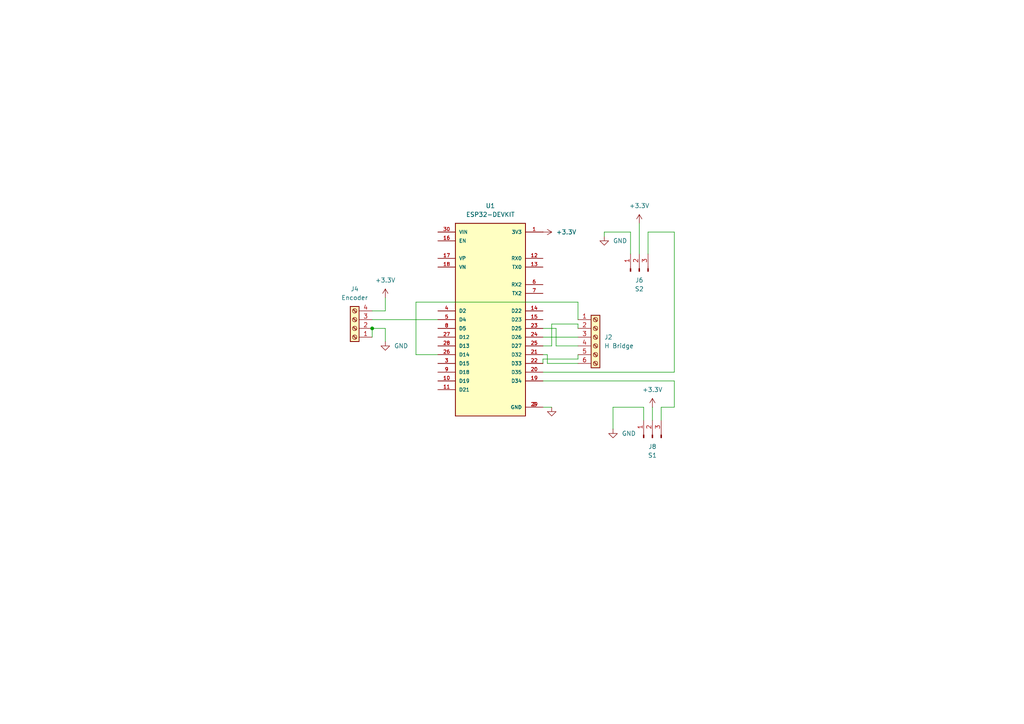
<source format=kicad_sch>
(kicad_sch (version 20250114) (generator "eeschema") (generator_version "9.0")
  (paper "A4")
  (lib_symbols
    (symbol "Connector:Conn_01x03_Pin" (pin_names (offset 1.016) (hide yes))
      (property "Reference" "J" (at 0 5.08 0))
      (property "Value" "Conn_01x03_Pin" (at 0 -5.08 0))
      (symbol "Conn_01x03_Pin_1_1"
        (rectangle (start 0.8636 2.667) (end 0 2.413) (stroke (width 0.1524)) (fill (type outline)))
        (rectangle (start 0.8636 0.127) (end 0 -0.127) (stroke (width 0.1524)) (fill (type outline)))
        (rectangle (start 0.8636 -2.413) (end 0 -2.667) (stroke (width 0.1524)) (fill (type outline)))
        (polyline (pts (xy 1.27 2.54) (xy 0.8636 2.54)) (stroke (width 0.1524)))
        (polyline (pts (xy 1.27 0) (xy 0.8636 0)) (stroke (width 0.1524)))
        (polyline (pts (xy 1.27 -2.54) (xy 0.8636 -2.54)) (stroke (width 0.1524)))
        (pin passive line (at 5.08 2.54 180) (length 3.81) (name "Pin_1") (number "1"))
        (pin passive line (at 5.08 0 180) (length 3.81) (name "Pin_2") (number "2"))
        (pin passive line (at 5.08 -2.54 180) (length 3.81) (name "Pin_3") (number "3"))
      )
    )
    (symbol "Connector:Screw_Terminal_01x04" (pin_names (offset 1.016) (hide yes))
      (property "Reference" "J" (at 0 5.08 0))
      (property "Value" "Screw_Terminal_01x04" (at 0 -7.62 0))
      (symbol "Screw_Terminal_01x04_1_1"
        (rectangle (start -1.27 3.81) (end 1.27 -6.35) (stroke (width 0.254)) (fill (type background)))
        (polyline (pts (xy -0.5334 2.8702) (xy 0.3302 2.032)) (stroke (width 0.1524)))
        (polyline (pts (xy -0.5334 0.3302) (xy 0.3302 -0.508)) (stroke (width 0.1524)))
        (polyline (pts (xy -0.5334 -2.2098) (xy 0.3302 -3.048)) (stroke (width 0.1524)))
        (polyline (pts (xy -0.5334 -4.7498) (xy 0.3302 -5.588)) (stroke (width 0.1524)))
        (polyline (pts (xy -0.3556 3.048) (xy 0.508 2.2098)) (stroke (width 0.1524)))
        (polyline (pts (xy -0.3556 0.508) (xy 0.508 -0.3302)) (stroke (width 0.1524)))
        (polyline (pts (xy -0.3556 -2.032) (xy 0.508 -2.8702)) (stroke (width 0.1524)))
        (polyline (pts (xy -0.3556 -4.572) (xy 0.508 -5.4102)) (stroke (width 0.1524)))
        (circle (center 0 2.54) (radius 0.635) (stroke (width 0.1524)))
        (circle (center 0 0) (radius 0.635) (stroke (width 0.1524)))
        (circle (center 0 -2.54) (radius 0.635) (stroke (width 0.1524)))
        (circle (center 0 -5.08) (radius 0.635) (stroke (width 0.1524)))
        (pin passive line (at -5.08 2.54 0) (length 3.81) (name "Pin_1") (number "1"))
        (pin passive line (at -5.08 0 0) (length 3.81) (name "Pin_2") (number "2"))
        (pin passive line (at -5.08 -2.54 0) (length 3.81) (name "Pin_3") (number "3"))
        (pin passive line (at -5.08 -5.08 0) (length 3.81) (name "Pin_4") (number "4"))
      )
    )
    (symbol "Connector:Screw_Terminal_01x06" (pin_names (offset 1.016) (hide yes))
      (property "Reference" "J" (at 0 7.62 0))
      (property "Value" "Screw_Terminal_01x06" (at 0 -10.16 0))
      (symbol "Screw_Terminal_01x06_1_1"
        (rectangle (start -1.27 6.35) (end 1.27 -8.89) (stroke (width 0.254)) (fill (type background)))
        (polyline (pts (xy -0.5334 5.4102) (xy 0.3302 4.572)) (stroke (width 0.1524)))
        (polyline (pts (xy -0.5334 2.8702) (xy 0.3302 2.032)) (stroke (width 0.1524)))
        (polyline (pts (xy -0.5334 0.3302) (xy 0.3302 -0.508)) (stroke (width 0.1524)))
        (polyline (pts (xy -0.5334 -2.2098) (xy 0.3302 -3.048)) (stroke (width 0.1524)))
        (polyline (pts (xy -0.5334 -4.7498) (xy 0.3302 -5.588)) (stroke (width 0.1524)))
        (polyline (pts (xy -0.5334 -7.2898) (xy 0.3302 -8.128)) (stroke (width 0.1524)))
        (polyline (pts (xy -0.3556 5.588) (xy 0.508 4.7498)) (stroke (width 0.1524)))
        (polyline (pts (xy -0.3556 3.048) (xy 0.508 2.2098)) (stroke (width 0.1524)))
        (polyline (pts (xy -0.3556 0.508) (xy 0.508 -0.3302)) (stroke (width 0.1524)))
        (polyline (pts (xy -0.3556 -2.032) (xy 0.508 -2.8702)) (stroke (width 0.1524)))
        (polyline (pts (xy -0.3556 -4.572) (xy 0.508 -5.4102)) (stroke (width 0.1524)))
        (polyline (pts (xy -0.3556 -7.112) (xy 0.508 -7.9502)) (stroke (width 0.1524)))
        (circle (center 0 5.08) (radius 0.635) (stroke (width 0.1524)))
        (circle (center 0 2.54) (radius 0.635) (stroke (width 0.1524)))
        (circle (center 0 0) (radius 0.635) (stroke (width 0.1524)))
        (circle (center 0 -2.54) (radius 0.635) (stroke (width 0.1524)))
        (circle (center 0 -5.08) (radius 0.635) (stroke (width 0.1524)))
        (circle (center 0 -7.62) (radius 0.635) (stroke (width 0.1524)))
        (pin passive line (at -5.08 5.08 0) (length 3.81) (name "Pin_1") (number "1"))
        (pin passive line (at -5.08 2.54 0) (length 3.81) (name "Pin_2") (number "2"))
        (pin passive line (at -5.08 0 0) (length 3.81) (name "Pin_3") (number "3"))
        (pin passive line (at -5.08 -2.54 0) (length 3.81) (name "Pin_4") (number "4"))
        (pin passive line (at -5.08 -5.08 0) (length 3.81) (name "Pin_5") (number "5"))
        (pin passive line (at -5.08 -7.62 0) (length 3.81) (name "Pin_6") (number "6"))
      )
    )
    (symbol "ESP32-DEVKIT-V1:ESP32-DEVKIT-V1" (pin_names (offset 1.016))
      (property "Reference" "U" (at -10.16 30.48 0))
      (property "Value" "ESP32-DEVKIT-V1" (at -10.16 -30.48 0))
      (symbol "ESP32-DEVKIT-V1_0_0"
        (rectangle (start -10.16 -27.94) (end 10.16 27.94) (stroke (width 0.254)) (fill (type background)))
        (pin input line (at -15.24 25.4 0) (length 5.08) (name "VIN") (number "30"))
        (pin input line (at -15.24 22.86 0) (length 5.08) (name "EN") (number "16"))
        (pin bidirectional line (at -15.24 17.78 0) (length 5.08) (name "VP") (number "17"))
        (pin bidirectional line (at -15.24 15.24 0) (length 5.08) (name "VN") (number "18"))
        (pin bidirectional line (at -15.24 2.54 0) (length 5.08) (name "D2") (number "4"))
        (pin bidirectional line (at -15.24 0 0) (length 5.08) (name "D4") (number "5"))
        (pin bidirectional line (at -15.24 -2.54 0) (length 5.08) (name "D5") (number "8"))
        (pin bidirectional line (at -15.24 -5.08 0) (length 5.08) (name "D12") (number "27"))
        (pin bidirectional line (at -15.24 -7.62 0) (length 5.08) (name "D13") (number "28"))
        (pin bidirectional line (at -15.24 -10.16 0) (length 5.08) (name "D14") (number "26"))
        (pin bidirectional line (at -15.24 -12.7 0) (length 5.08) (name "D15") (number "3"))
        (pin bidirectional line (at -15.24 -15.24 0) (length 5.08) (name "D18") (number "9"))
        (pin bidirectional line (at -15.24 -17.78 0) (length 5.08) (name "D19") (number "10"))
        (pin bidirectional line (at -15.24 -20.32 0) (length 5.08) (name "D21") (number "11"))
        (pin output line (at 15.24 25.4 180) (length 5.08) (name "3V3") (number "1"))
        (pin input line (at 15.24 17.78 180) (length 5.08) (name "RX0") (number "12"))
        (pin output line (at 15.24 15.24 180) (length 5.08) (name "TX0") (number "13"))
        (pin input line (at 15.24 10.16 180) (length 5.08) (name "RX2") (number "6"))
        (pin output line (at 15.24 7.62 180) (length 5.08) (name "TX2") (number "7"))
        (pin bidirectional line (at 15.24 2.54 180) (length 5.08) (name "D22") (number "14"))
        (pin bidirectional line (at 15.24 0 180) (length 5.08) (name "D23") (number "15"))
        (pin bidirectional line (at 15.24 -2.54 180) (length 5.08) (name "D25") (number "23"))
        (pin bidirectional line (at 15.24 -5.08 180) (length 5.08) (name "D26") (number "24"))
        (pin bidirectional line (at 15.24 -7.62 180) (length 5.08) (name "D27") (number "25"))
        (pin bidirectional line (at 15.24 -10.16 180) (length 5.08) (name "D32") (number "21"))
        (pin bidirectional line (at 15.24 -12.7 180) (length 5.08) (name "D33") (number "22"))
        (pin bidirectional line (at 15.24 -15.24 180) (length 5.08) (name "D35") (number "20"))
        (pin bidirectional line (at 15.24 -17.78 180) (length 5.08) (name "D34") (number "19"))
        (pin power_in line (at 15.24 -25.4 180) (length 5.08) (name "GND") (number "2"))
        (pin power_in line (at 15.24 -25.4 180) (length 5.08) (name "GND") (number "29"))
      )
    )
    (symbol "power:+3.3V" (power) (pin_numbers (hide yes)) (pin_names (offset 0) (hide yes))
      (property "Value" "+3.3V" (at 0 3.556 0))
      (symbol "+3.3V_0_1"
        (polyline (pts (xy -0.762 1.27) (xy 0 2.54)))
        (polyline (pts (xy 0 2.54) (xy 0.762 1.27)))
        (polyline (pts (xy 0 0) (xy 0 2.54)))
      )
      (symbol "+3.3V_1_1"
        (pin power_in line (at 0 0 90) (length 0) (name "~") (number "1"))
      )
    )
    (symbol "power:GND" (power) (pin_numbers (hide yes)) (pin_names (offset 0) (hide yes))
      (property "Value" "GND" (at 0 -3.81 0))
      (symbol "GND_0_1"
        (polyline (pts (xy 0 0) (xy 0 -1.27) (xy 1.27 -1.27) (xy 0 -2.54) (xy -1.27 -1.27) (xy 0 -1.27)))
      )
      (symbol "GND_1_1"
        (pin power_in line (at 0 0 270) (length 0) (name "~") (number "1"))
      )
    )
  )
  (junction (at 107.95 95.25))
  (wire (pts (xy 111.76 90.17) (xy 107.95 90.17)))
  (wire (pts (xy 167.64 104.14) (xy 167.64 102.87)))
  (wire (pts (xy 157.48 104.14) (xy 167.64 104.14)))
  (wire (pts (xy 107.95 95.25) (xy 111.76 95.25)))
  (wire (pts (xy 158.75 102.87) (xy 157.48 102.87)))
  (wire (pts (xy 195.58 118.11) (xy 195.58 110.49)))
  (wire (pts (xy 161.29 100.33) (xy 167.64 100.33)))
  (wire (pts (xy 158.75 105.41) (xy 158.75 102.87)))
  (wire (pts (xy 157.48 100.33) (xy 160.02 100.33)))
  (wire (pts (xy 167.64 93.98) (xy 167.64 95.25)))
  (wire (pts (xy 161.29 95.25) (xy 161.29 100.33)))
  (wire (pts (xy 111.76 86.36) (xy 111.76 90.17)))
  (wire (pts (xy 111.76 95.25) (xy 111.76 99.06)))
  (wire (pts (xy 182.88 67.31) (xy 182.88 73.66)))
  (wire (pts (xy 160.02 100.33) (xy 160.02 93.98)))
  (wire (pts (xy 177.8 118.11) (xy 186.69 118.11)))
  (wire (pts (xy 189.23 118.11) (xy 189.23 121.92)))
  (wire (pts (xy 186.69 118.11) (xy 186.69 121.92)))
  (wire (pts (xy 157.48 118.11) (xy 160.02 118.11)))
  (wire (pts (xy 167.64 87.63) (xy 120.65 87.63)))
  (wire (pts (xy 185.42 64.77) (xy 185.42 73.66)))
  (wire (pts (xy 195.58 118.11) (xy 191.77 118.11)))
  (wire (pts (xy 120.65 102.87) (xy 127 102.87)))
  (wire (pts (xy 175.26 67.31) (xy 175.26 68.58)))
  (wire (pts (xy 120.65 87.63) (xy 120.65 102.87)))
  (wire (pts (xy 157.48 110.49) (xy 195.58 110.49)))
  (wire (pts (xy 157.48 97.79) (xy 167.64 97.79)))
  (wire (pts (xy 107.95 95.25) (xy 107.95 97.79)))
  (wire (pts (xy 187.96 67.31) (xy 195.58 67.31)))
  (wire (pts (xy 157.48 95.25) (xy 161.29 95.25)))
  (wire (pts (xy 195.58 67.31) (xy 195.58 107.95)))
  (wire (pts (xy 195.58 107.95) (xy 157.48 107.95)))
  (wire (pts (xy 160.02 93.98) (xy 167.64 93.98)))
  (wire (pts (xy 157.48 105.41) (xy 157.48 104.14)))
  (wire (pts (xy 107.95 92.71) (xy 127 92.71)))
  (wire (pts (xy 177.8 124.46) (xy 177.8 118.11)))
  (wire (pts (xy 167.64 87.63) (xy 167.64 92.71)))
  (wire (pts (xy 191.77 118.11) (xy 191.77 121.92)))
  (wire (pts (xy 167.64 105.41) (xy 158.75 105.41)))
  (wire (pts (xy 175.26 67.31) (xy 182.88 67.31)))
  (wire (pts (xy 187.96 67.31) (xy 187.96 73.66)))
  (symbol (lib_id "Connector:Screw_Terminal_01x04") (at 102.87 95.25 180) (unit 1)
    (property "Reference" "J4" (at 102.87 83.82 0))
    (property "Value" "Encoder" (at 102.87 86.36 0))
    (property "Footprint" "TerminalBlock:TerminalBlock_bornier-4_P5.08mm" (effects (hide yes)))
    (property "Description" "Generic screw terminal, single row, 01x04, script generated (kicad-library-utils/schlib/autogen/connector/)" (effects (hide yes)))
  )
  (symbol (lib_id "Connector:Conn_01x03_Pin") (at 189.23 127 90) (unit 1)
    (property "Reference" "J8" (at 189.23 129.54 90))
    (property "Value" "S1" (at 189.23 132.08 90))
    (property "Footprint" "Connector_PinHeader_2.54mm:PinHeader_1x03_P2.54mm_Vertical" (effects (hide yes)))
    (property "Description" "Generic connector, single row, 01x03, script generated" (effects (hide yes)))
  )
  (symbol (lib_id "power:GND") (at 160.02 118.11 0) (unit 1)
    (property "Reference" "#PWR08" (effects (hide yes)))
    (property "Value" "GND" (effects (hide yes)))
    (property "Description" "Power symbol creates a global label with name \"GND\" , ground" (effects (hide yes)))
  )
  (symbol (lib_id "power:GND") (at 177.8 124.46 0) (unit 1)
    (property "Reference" "#PWR014" (effects (hide yes)))
    (property "Value" "GND" (at 180.34 125.7299 0) (effects (justify left)))
    (property "Description" "Power symbol creates a global label with name \"GND\" , ground" (effects (hide yes)))
  )
  (symbol (lib_id "Connector:Screw_Terminal_01x06") (at 172.72 97.79 0) (unit 1)
    (property "Reference" "J2" (at 175.26 97.7899 0) (effects (justify left)))
    (property "Value" "H Bridge" (at 175.26 100.3299 0) (effects (justify left)))
    (property "Footprint" "TerminalBlock:TerminalBlock_bornier-6_P5.08mm" (effects (hide yes)))
    (property "Description" "Generic screw terminal, single row, 01x06, script generated (kicad-library-utils/schlib/autogen/connector/)" (effects (hide yes)))
  )
  (symbol (lib_id "Connector:Conn_01x03_Pin") (at 185.42 78.74 90) (unit 1)
    (property "Reference" "J6" (at 185.42 81.28 90))
    (property "Value" "S2" (at 185.42 83.82 90))
    (property "Footprint" "Connector_PinHeader_2.54mm:PinHeader_1x03_P2.54mm_Vertical" (effects (hide yes)))
    (property "Description" "Generic connector, single row, 01x03, script generated" (effects (hide yes)))
  )
  (symbol (lib_id "ESP32-DEVKIT-V1:ESP32-DEVKIT-V1") (at 142.24 92.71 0) (unit 1)
    (property "Reference" "U1" (at 142.24 59.69 0))
    (property "Value" "ESP32-DEVKIT" (at 142.24 62.23 0))
    (property "Footprint" "MODULE_ESP32_DEVKIT_V1" (effects (hide yes)))
    (property "MF" "Do it" (effects (hide yes)))
    (property "MAXIMUM_PACKAGE_HEIGHT" "6.8 mm" (effects (hide yes)))
    (property "Package" "None" (effects (hide yes)))
    (property "Price" "None" (effects (hide yes)))
    (property "Check_prices" "https://www.snapeda.com/parts/ESP32-DEVKIT-V1/Do+it/view-part/?ref=eda" (effects (hide yes)))
    (property "STANDARD" "Manufacturer Recommendations" (effects (hide yes)))
    (property "PARTREV" "N/A" (effects (hide yes)))
    (property "SnapEDA_Link" "https://www.snapeda.com/parts/ESP32-DEVKIT-V1/Do+it/view-part/?ref=snap" (effects (hide yes)))
    (property "MP" "ESP32-DEVKIT-V1" (effects (hide yes)))
    (property "Description_1" "\n                        \n                            Dual core, Wi-Fi: 2.4 GHz up to 150 Mbits/s,BLE (Bluetooth Low Energy) and legacy Bluetooth, 32 bits, Up to 240 MHz\n                        \n" (effects (hide yes)))
    (property "Availability" "Not in stock" (effects (hide yes)))
    (property "MANUFACTURER" "DOIT" (effects (hide yes)))
  )
  (symbol (lib_id "power:+3.3V") (at 111.76 86.36 0) (unit 1)
    (property "Reference" "#PWR01" (effects (hide yes)))
    (property "Value" "+3.3V" (at 111.76 81.28 0))
    (property "Description" "Power symbol creates a global label with name \"+3.3V\"" (effects (hide yes)))
  )
  (symbol (lib_id "power:GND") (at 175.26 68.58 0) (unit 1)
    (property "Reference" "#PWR016" (effects (hide yes)))
    (property "Value" "GND" (at 177.8 69.8499 0) (effects (justify left)))
    (property "Description" "Power symbol creates a global label with name \"GND\" , ground" (effects (hide yes)))
  )
  (symbol (lib_id "power:GND") (at 111.76 99.06 0) (unit 1)
    (property "Reference" "#PWR04" (effects (hide yes)))
    (property "Value" "GND" (at 114.3 100.3299 0) (effects (justify left)))
    (property "Description" "Power symbol creates a global label with name \"GND\" , ground" (effects (hide yes)))
  )
  (symbol (lib_id "power:+3.3V") (at 185.42 64.77 0) (unit 1)
    (property "Reference" "#PWR02" (effects (hide yes)))
    (property "Value" "+3.3V" (at 185.42 59.69 0))
    (property "Description" "Power symbol creates a global label with name \"+3.3V\"" (effects (hide yes)))
  )
  (symbol (lib_id "power:+3.3V") (at 157.48 67.31 270) (unit 1)
    (property "Reference" "#PWR09" (effects (hide yes)))
    (property "Value" "+3.3V" (at 161.29 67.3099 90) (effects (justify left)))
    (property "Description" "Power symbol creates a global label with name \"+3.3V\"" (effects (hide yes)))
  )
  (symbol (lib_id "power:+3.3V") (at 189.23 118.11 0) (unit 1)
    (property "Reference" "#PWR03" (effects (hide yes)))
    (property "Value" "+3.3V" (at 189.23 113.03 0))
    (property "Description" "Power symbol creates a global label with name \"+3.3V\"" (effects (hide yes)))
  )
)
</source>
